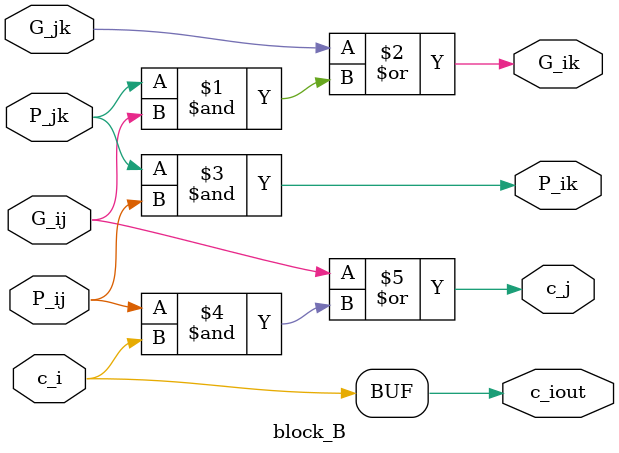
<source format=v>
`timescale 1ns / 1ps
module block_B(
	input G_jk,
	input P_jk,
	input G_ij,
	input P_ij,
	input c_i,
	output G_ik,
	output P_ik,
	output c_iout,
	output c_j
    );

assign G_ik = G_jk | (P_jk & G_ij);
assign P_ik = P_jk & P_ij;
assign c_j = G_ij | (P_ij & c_i);
assign c_iout = c_i;

endmodule

</source>
